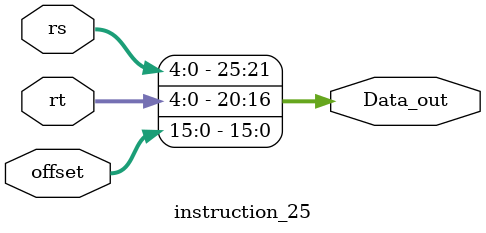
<source format=v>
module instruction_25 (
    input wire [15:0] offset,
    input wire [4:0] rs,
    input wire [4:0] rt,
    output wire [25:0] Data_out
);

    assign Data_out = {rs,rt,offset};

endmodule 
</source>
